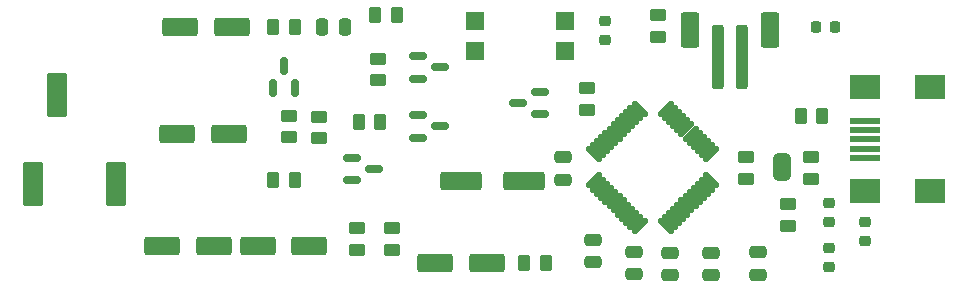
<source format=gbr>
%TF.GenerationSoftware,KiCad,Pcbnew,9.0.1*%
%TF.CreationDate,2025-05-09T23:00:38+01:00*%
%TF.ProjectId,aom-preamp,616f6d2d-7072-4656-916d-702e6b696361,rev?*%
%TF.SameCoordinates,Original*%
%TF.FileFunction,Soldermask,Top*%
%TF.FilePolarity,Negative*%
%FSLAX46Y46*%
G04 Gerber Fmt 4.6, Leading zero omitted, Abs format (unit mm)*
G04 Created by KiCad (PCBNEW 9.0.1) date 2025-05-09 23:00:38*
%MOMM*%
%LPD*%
G01*
G04 APERTURE LIST*
G04 Aperture macros list*
%AMRoundRect*
0 Rectangle with rounded corners*
0 $1 Rounding radius*
0 $2 $3 $4 $5 $6 $7 $8 $9 X,Y pos of 4 corners*
0 Add a 4 corners polygon primitive as box body*
4,1,4,$2,$3,$4,$5,$6,$7,$8,$9,$2,$3,0*
0 Add four circle primitives for the rounded corners*
1,1,$1+$1,$2,$3*
1,1,$1+$1,$4,$5*
1,1,$1+$1,$6,$7*
1,1,$1+$1,$8,$9*
0 Add four rect primitives between the rounded corners*
20,1,$1+$1,$2,$3,$4,$5,0*
20,1,$1+$1,$4,$5,$6,$7,0*
20,1,$1+$1,$6,$7,$8,$9,0*
20,1,$1+$1,$8,$9,$2,$3,0*%
%AMFreePoly0*
4,1,23,0.500000,-0.750000,0.000000,-0.750000,0.000000,-0.745722,-0.065263,-0.745722,-0.191342,-0.711940,-0.304381,-0.646677,-0.396677,-0.554381,-0.461940,-0.441342,-0.495722,-0.315263,-0.495722,-0.250000,-0.500000,-0.250000,-0.500000,0.250000,-0.495722,0.250000,-0.495722,0.315263,-0.461940,0.441342,-0.396677,0.554381,-0.304381,0.646677,-0.191342,0.711940,-0.065263,0.745722,0.000000,0.745722,
0.000000,0.750000,0.500000,0.750000,0.500000,-0.750000,0.500000,-0.750000,$1*%
%AMFreePoly1*
4,1,23,0.000000,0.745722,0.065263,0.745722,0.191342,0.711940,0.304381,0.646677,0.396677,0.554381,0.461940,0.441342,0.495722,0.315263,0.495722,0.250000,0.500000,0.250000,0.500000,-0.250000,0.495722,-0.250000,0.495722,-0.315263,0.461940,-0.441342,0.396677,-0.554381,0.304381,-0.646677,0.191342,-0.711940,0.065263,-0.745722,0.000000,-0.745722,0.000000,-0.750000,-0.500000,-0.750000,
-0.500000,0.750000,0.000000,0.750000,0.000000,0.745722,0.000000,0.745722,$1*%
G04 Aperture macros list end*
%ADD10RoundRect,0.250000X1.250000X0.550000X-1.250000X0.550000X-1.250000X-0.550000X1.250000X-0.550000X0*%
%ADD11RoundRect,0.150000X0.150000X-0.587500X0.150000X0.587500X-0.150000X0.587500X-0.150000X-0.587500X0*%
%ADD12RoundRect,0.250000X0.450000X-0.262500X0.450000X0.262500X-0.450000X0.262500X-0.450000X-0.262500X0*%
%ADD13RoundRect,0.250000X0.262500X0.450000X-0.262500X0.450000X-0.262500X-0.450000X0.262500X-0.450000X0*%
%ADD14RoundRect,0.102000X-0.629325X-0.431335X-0.431335X-0.629325X0.629325X0.431335X0.431335X0.629325X0*%
%ADD15RoundRect,0.102000X-0.629325X0.431335X0.431335X-0.629325X0.629325X-0.431335X-0.431335X0.629325X0*%
%ADD16RoundRect,0.250000X0.475000X-0.250000X0.475000X0.250000X-0.475000X0.250000X-0.475000X-0.250000X0*%
%ADD17RoundRect,0.250000X-0.262500X-0.450000X0.262500X-0.450000X0.262500X0.450000X-0.262500X0.450000X0*%
%ADD18RoundRect,0.250000X-0.550000X-0.550000X0.550000X-0.550000X0.550000X0.550000X-0.550000X0.550000X0*%
%ADD19RoundRect,0.218750X-0.256250X0.218750X-0.256250X-0.218750X0.256250X-0.218750X0.256250X0.218750X0*%
%ADD20RoundRect,0.150000X0.587500X0.150000X-0.587500X0.150000X-0.587500X-0.150000X0.587500X-0.150000X0*%
%ADD21RoundRect,0.250000X-0.450000X0.262500X-0.450000X-0.262500X0.450000X-0.262500X0.450000X0.262500X0*%
%ADD22FreePoly0,270.000000*%
%ADD23FreePoly1,270.000000*%
%ADD24RoundRect,0.250000X-1.250000X-0.550000X1.250000X-0.550000X1.250000X0.550000X-1.250000X0.550000X0*%
%ADD25RoundRect,0.102000X-0.750000X-1.750000X0.750000X-1.750000X0.750000X1.750000X-0.750000X1.750000X0*%
%ADD26RoundRect,0.250000X-1.500000X-0.550000X1.500000X-0.550000X1.500000X0.550000X-1.500000X0.550000X0*%
%ADD27RoundRect,0.150000X-0.587500X-0.150000X0.587500X-0.150000X0.587500X0.150000X-0.587500X0.150000X0*%
%ADD28R,2.500000X0.500000*%
%ADD29R,2.500000X2.000000*%
%ADD30RoundRect,0.250000X-0.475000X0.250000X-0.475000X-0.250000X0.475000X-0.250000X0.475000X0.250000X0*%
%ADD31RoundRect,0.250000X0.250000X0.475000X-0.250000X0.475000X-0.250000X-0.475000X0.250000X-0.475000X0*%
%ADD32RoundRect,0.218750X0.256250X-0.218750X0.256250X0.218750X-0.256250X0.218750X-0.256250X-0.218750X0*%
%ADD33RoundRect,0.218750X-0.218750X-0.256250X0.218750X-0.256250X0.218750X0.256250X-0.218750X0.256250X0*%
%ADD34RoundRect,0.250000X-0.250000X-2.500000X0.250000X-2.500000X0.250000X2.500000X-0.250000X2.500000X0*%
%ADD35RoundRect,0.250000X-0.550000X-1.250000X0.550000X-1.250000X0.550000X1.250000X-0.550000X1.250000X0*%
G04 APERTURE END LIST*
%TO.C,JP2*%
G36*
X158250000Y-91200000D02*
G01*
X156750000Y-91200000D01*
X156750000Y-91500000D01*
X158250000Y-91500000D01*
X158250000Y-91200000D01*
G37*
%TD*%
D10*
%TO.C,C3*%
X117500000Y-98000000D03*
X113100000Y-98000000D03*
%TD*%
D11*
%TO.C,Q2*%
X114375000Y-84650000D03*
X116275000Y-84650000D03*
X115325000Y-82775000D03*
%TD*%
D12*
%TO.C,R6*%
X124500000Y-98325000D03*
X124500000Y-96500000D03*
%TD*%
D13*
%TO.C,R8*%
X137500000Y-99500000D03*
X135675000Y-99500000D03*
%TD*%
D10*
%TO.C,C5*%
X110900000Y-79500000D03*
X106500000Y-79500000D03*
%TD*%
D12*
%TO.C,R13*%
X154500000Y-92325000D03*
X154500000Y-90500000D03*
%TD*%
D14*
%TO.C,U1*%
X151535534Y-90272435D03*
X151181980Y-89918882D03*
X150828427Y-89565329D03*
X150474874Y-89211775D03*
X150121320Y-88858222D03*
X149767767Y-88504669D03*
X149414213Y-88151115D03*
X149060660Y-87797562D03*
X148707107Y-87444008D03*
X148353553Y-87090455D03*
X148000000Y-86736902D03*
X147646447Y-86383348D03*
D15*
X145454415Y-86383348D03*
X145100862Y-86736902D03*
X144747309Y-87090455D03*
X144393755Y-87444008D03*
X144040202Y-87797562D03*
X143686649Y-88151115D03*
X143333095Y-88504669D03*
X142979542Y-88858222D03*
X142625988Y-89211775D03*
X142272435Y-89565329D03*
X141918882Y-89918882D03*
X141565328Y-90272435D03*
D14*
X141565328Y-92464467D03*
X141918882Y-92818020D03*
X142272435Y-93171573D03*
X142625988Y-93525127D03*
X142979542Y-93878680D03*
X143333095Y-94232233D03*
X143686649Y-94585787D03*
X144040202Y-94939340D03*
X144393755Y-95292894D03*
X144747309Y-95646447D03*
X145100862Y-96000000D03*
X145454415Y-96353554D03*
D15*
X147646447Y-96353554D03*
X148000000Y-96000000D03*
X148353553Y-95646447D03*
X148707107Y-95292894D03*
X149060660Y-94939340D03*
X149414213Y-94585787D03*
X149767767Y-94232233D03*
X150121320Y-93878680D03*
X150474874Y-93525127D03*
X150828427Y-93171573D03*
X151181980Y-92818020D03*
X151535534Y-92464467D03*
%TD*%
D13*
%TO.C,R3*%
X116275000Y-79500000D03*
X114450000Y-79500000D03*
%TD*%
D16*
%TO.C,C12*%
X141500000Y-99400000D03*
X141500000Y-97500000D03*
%TD*%
D17*
%TO.C,R2*%
X114450000Y-92400000D03*
X116275000Y-92400000D03*
%TD*%
D18*
%TO.C,U2*%
X131500000Y-79000000D03*
X131500000Y-81540000D03*
X139120000Y-81540000D03*
X139120000Y-79000000D03*
%TD*%
D19*
%TO.C,FB1*%
X161500000Y-94425000D03*
X161500000Y-96000000D03*
%TD*%
D20*
%TO.C,Q5*%
X136987500Y-86887500D03*
X136987500Y-84987500D03*
X135112500Y-85937500D03*
%TD*%
D21*
%TO.C,R16*%
X147000000Y-78500000D03*
X147000000Y-80325000D03*
%TD*%
D22*
%TO.C,JP2*%
X157500000Y-90700000D03*
D23*
X157500000Y-92000000D03*
%TD*%
D24*
%TO.C,C1*%
X106300000Y-88500000D03*
X110700000Y-88500000D03*
%TD*%
D12*
%TO.C,R1*%
X115775000Y-88812500D03*
X115775000Y-86987500D03*
%TD*%
D17*
%TO.C,R9*%
X123087500Y-78500000D03*
X124912500Y-78500000D03*
%TD*%
%TO.C,R7*%
X121675000Y-87500000D03*
X123500000Y-87500000D03*
%TD*%
D25*
%TO.C,J4*%
X94100000Y-92750000D03*
X96100000Y-85250000D03*
X101100000Y-92750000D03*
%TD*%
D26*
%TO.C,C7*%
X130300000Y-92500000D03*
X135700000Y-92500000D03*
%TD*%
D12*
%TO.C,R14*%
X158000000Y-96325000D03*
X158000000Y-94500000D03*
%TD*%
D27*
%TO.C,Q1*%
X121062500Y-90550000D03*
X121062500Y-92450000D03*
X122937500Y-91500000D03*
%TD*%
D16*
%TO.C,C10*%
X145000000Y-100400000D03*
X145000000Y-98500000D03*
%TD*%
D19*
%TO.C,F2*%
X142500000Y-79000000D03*
X142500000Y-80575000D03*
%TD*%
D28*
%TO.C,J3*%
X164500000Y-90600000D03*
X164500000Y-89800000D03*
X164500000Y-89000000D03*
X164500000Y-88200000D03*
X164500000Y-87400000D03*
D29*
X164500000Y-93400000D03*
X170000000Y-93400000D03*
X164500000Y-84600000D03*
X170000000Y-84600000D03*
%TD*%
D30*
%TO.C,C11*%
X148000000Y-98600000D03*
X148000000Y-100500000D03*
%TD*%
D12*
%TO.C,R12*%
X160000000Y-92325000D03*
X160000000Y-90500000D03*
%TD*%
D24*
%TO.C,C2*%
X105000000Y-98000000D03*
X109400000Y-98000000D03*
%TD*%
D31*
%TO.C,C6*%
X120475000Y-79500000D03*
X118575000Y-79500000D03*
%TD*%
D30*
%TO.C,C9*%
X139000000Y-90500000D03*
X139000000Y-92400000D03*
%TD*%
D21*
%TO.C,R5*%
X121500000Y-96500000D03*
X121500000Y-98325000D03*
%TD*%
%TO.C,R4*%
X118275000Y-87075000D03*
X118275000Y-88900000D03*
%TD*%
D13*
%TO.C,R15*%
X160912500Y-87000000D03*
X159087500Y-87000000D03*
%TD*%
D27*
%TO.C,Q3*%
X126650000Y-86950000D03*
X126650000Y-88850000D03*
X128525000Y-87900000D03*
%TD*%
D32*
%TO.C,FB2*%
X164500000Y-97575000D03*
X164500000Y-96000000D03*
%TD*%
D12*
%TO.C,R10*%
X123275000Y-83975000D03*
X123275000Y-82150000D03*
%TD*%
D19*
%TO.C,F1*%
X161500000Y-98212500D03*
X161500000Y-99787500D03*
%TD*%
D33*
%TO.C,D1*%
X160425000Y-79500000D03*
X162000000Y-79500000D03*
%TD*%
D24*
%TO.C,C4*%
X128100000Y-99500000D03*
X132500000Y-99500000D03*
%TD*%
D34*
%TO.C,J1*%
X152100000Y-82000000D03*
X154100000Y-82000000D03*
D35*
X149700000Y-79750000D03*
X156500000Y-79750000D03*
%TD*%
D27*
%TO.C,Q4*%
X126650000Y-81950000D03*
X126650000Y-83850000D03*
X128525000Y-82900000D03*
%TD*%
D16*
%TO.C,C14*%
X155500000Y-100450000D03*
X155500000Y-98550000D03*
%TD*%
D30*
%TO.C,C13*%
X151500000Y-98600000D03*
X151500000Y-100500000D03*
%TD*%
D12*
%TO.C,R17*%
X141000000Y-86475000D03*
X141000000Y-84650000D03*
%TD*%
M02*

</source>
